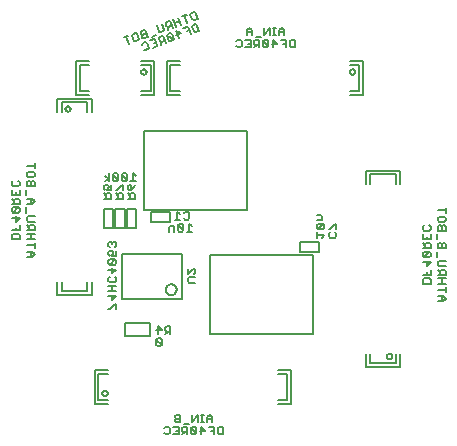
<source format=gbo>
G75*
%MOIN*%
%OFA0B0*%
%FSLAX24Y24*%
%IPPOS*%
%LPD*%
%AMOC8*
5,1,8,0,0,1.08239X$1,22.5*
%
%ADD10C,0.0050*%
%ADD11C,0.0060*%
D10*
X003434Y002195D02*
X003434Y003329D01*
X003867Y003329D01*
X003867Y003195D02*
X003552Y003195D01*
X003552Y002329D01*
X003867Y002329D01*
X003867Y002195D02*
X003434Y002195D01*
X003690Y002544D02*
X003692Y002563D01*
X003698Y002580D01*
X003707Y002596D01*
X003719Y002610D01*
X003734Y002621D01*
X003751Y002629D01*
X003770Y002633D01*
X003788Y002633D01*
X003807Y002629D01*
X003823Y002621D01*
X003839Y002610D01*
X003851Y002596D01*
X003860Y002580D01*
X003866Y002563D01*
X003868Y002544D01*
X003866Y002525D01*
X003860Y002508D01*
X003851Y002492D01*
X003839Y002478D01*
X003824Y002467D01*
X003807Y002459D01*
X003788Y002455D01*
X003770Y002455D01*
X003751Y002459D01*
X003735Y002467D01*
X003719Y002478D01*
X003707Y002492D01*
X003698Y002508D01*
X003692Y002525D01*
X003690Y002544D01*
X004442Y004462D02*
X004442Y004902D01*
X005282Y004902D01*
X005282Y004462D01*
X004442Y004462D01*
X003329Y005834D02*
X003329Y006267D01*
X003195Y006267D02*
X003195Y005952D01*
X002329Y005952D01*
X002329Y006267D01*
X002195Y006267D02*
X002195Y005834D01*
X003329Y005834D01*
X003742Y008062D02*
X004062Y008062D01*
X004062Y008702D01*
X003742Y008702D01*
X003742Y008062D01*
X004122Y008062D02*
X004442Y008062D01*
X004442Y008702D01*
X004122Y008702D01*
X004122Y008062D01*
X004502Y008062D02*
X004822Y008062D01*
X004822Y008702D01*
X004502Y008702D01*
X004502Y008062D01*
X005082Y008642D02*
X008522Y008642D01*
X008522Y011282D01*
X005082Y011282D01*
X005082Y008642D01*
X005302Y008582D02*
X005302Y008262D01*
X005942Y008262D01*
X005942Y008582D01*
X005302Y008582D01*
X007282Y007162D02*
X007282Y004522D01*
X010722Y004522D01*
X010722Y007162D01*
X007282Y007162D01*
X010282Y007262D02*
X010282Y007582D01*
X010922Y007582D01*
X010922Y007262D01*
X010282Y007262D01*
X012475Y009537D02*
X012475Y009970D01*
X013609Y009970D01*
X013609Y009537D01*
X013475Y009537D02*
X013475Y009852D01*
X012609Y009852D01*
X012609Y009537D01*
X012370Y012475D02*
X011937Y012475D01*
X011937Y012609D02*
X012252Y012609D01*
X012252Y013475D01*
X011937Y013475D01*
X011937Y013609D02*
X012370Y013609D01*
X012370Y012475D01*
X011936Y013260D02*
X011938Y013279D01*
X011944Y013296D01*
X011953Y013312D01*
X011965Y013326D01*
X011980Y013337D01*
X011997Y013345D01*
X012016Y013349D01*
X012034Y013349D01*
X012053Y013345D01*
X012069Y013337D01*
X012085Y013326D01*
X012097Y013312D01*
X012106Y013296D01*
X012112Y013279D01*
X012114Y013260D01*
X012112Y013241D01*
X012106Y013224D01*
X012097Y013208D01*
X012085Y013194D01*
X012070Y013183D01*
X012053Y013175D01*
X012034Y013171D01*
X012016Y013171D01*
X011997Y013175D01*
X011981Y013183D01*
X011965Y013194D01*
X011953Y013208D01*
X011944Y013224D01*
X011938Y013241D01*
X011936Y013260D01*
X006267Y013475D02*
X005952Y013475D01*
X005952Y012609D01*
X006267Y012609D01*
X006267Y012475D02*
X005834Y012475D01*
X005834Y013609D01*
X006267Y013609D01*
X005421Y013609D02*
X004988Y013609D01*
X004988Y013475D02*
X005303Y013475D01*
X005303Y012609D01*
X004988Y012609D01*
X004988Y012475D02*
X005421Y012475D01*
X005421Y013609D01*
X004987Y013260D02*
X004989Y013279D01*
X004995Y013296D01*
X005004Y013312D01*
X005016Y013326D01*
X005031Y013337D01*
X005048Y013345D01*
X005067Y013349D01*
X005085Y013349D01*
X005104Y013345D01*
X005120Y013337D01*
X005136Y013326D01*
X005148Y013312D01*
X005157Y013296D01*
X005163Y013279D01*
X005165Y013260D01*
X005163Y013241D01*
X005157Y013224D01*
X005148Y013208D01*
X005136Y013194D01*
X005121Y013183D01*
X005104Y013175D01*
X005085Y013171D01*
X005067Y013171D01*
X005048Y013175D01*
X005032Y013183D01*
X005016Y013194D01*
X005004Y013208D01*
X004995Y013224D01*
X004989Y013241D01*
X004987Y013260D01*
X003329Y012370D02*
X003329Y011937D01*
X003195Y011937D02*
X003195Y012252D01*
X002329Y012252D01*
X002329Y011937D01*
X002195Y011937D02*
X002195Y012370D01*
X003329Y012370D01*
X003256Y012475D02*
X002823Y012475D01*
X002823Y013609D01*
X003256Y013609D01*
X003256Y013475D02*
X002941Y013475D01*
X002941Y012609D01*
X003256Y012609D01*
X002455Y012025D02*
X002457Y012044D01*
X002463Y012061D01*
X002472Y012077D01*
X002484Y012091D01*
X002499Y012102D01*
X002516Y012110D01*
X002535Y012114D01*
X002553Y012114D01*
X002572Y012110D01*
X002588Y012102D01*
X002604Y012091D01*
X002616Y012077D01*
X002625Y012061D01*
X002631Y012044D01*
X002633Y012025D01*
X002631Y012006D01*
X002625Y011989D01*
X002616Y011973D01*
X002604Y011959D01*
X002589Y011948D01*
X002572Y011940D01*
X002553Y011936D01*
X002535Y011936D01*
X002516Y011940D01*
X002500Y011948D01*
X002484Y011959D01*
X002472Y011973D01*
X002463Y011989D01*
X002457Y012006D01*
X002455Y012025D01*
X009537Y003329D02*
X009970Y003329D01*
X009970Y002195D01*
X009537Y002195D01*
X009537Y002329D02*
X009852Y002329D01*
X009852Y003195D01*
X009537Y003195D01*
X012475Y003434D02*
X012475Y003867D01*
X012609Y003867D02*
X012609Y003552D01*
X013475Y003552D01*
X013475Y003867D01*
X013609Y003867D02*
X013609Y003434D01*
X012475Y003434D01*
X013171Y003779D02*
X013173Y003798D01*
X013179Y003815D01*
X013188Y003831D01*
X013200Y003845D01*
X013215Y003856D01*
X013232Y003864D01*
X013251Y003868D01*
X013269Y003868D01*
X013288Y003864D01*
X013304Y003856D01*
X013320Y003845D01*
X013332Y003831D01*
X013341Y003815D01*
X013347Y003798D01*
X013349Y003779D01*
X013347Y003760D01*
X013341Y003743D01*
X013332Y003727D01*
X013320Y003713D01*
X013305Y003702D01*
X013288Y003694D01*
X013269Y003690D01*
X013251Y003690D01*
X013232Y003694D01*
X013216Y003702D01*
X013200Y003713D01*
X013188Y003727D01*
X013179Y003743D01*
X013173Y003760D01*
X013171Y003779D01*
D11*
X014872Y005611D02*
X015045Y005611D01*
X015132Y005698D01*
X015045Y005785D01*
X014872Y005785D01*
X015002Y005785D02*
X015002Y005611D01*
X015132Y005906D02*
X015132Y006080D01*
X015132Y005993D02*
X014872Y005993D01*
X014872Y006201D02*
X015132Y006201D01*
X015002Y006201D02*
X015002Y006374D01*
X014959Y006495D02*
X014959Y006625D01*
X015002Y006669D01*
X015089Y006669D01*
X015132Y006625D01*
X015132Y006495D01*
X014872Y006495D01*
X014872Y006374D02*
X015132Y006374D01*
X014959Y006582D02*
X014872Y006669D01*
X014915Y006790D02*
X014872Y006833D01*
X014872Y006920D01*
X014915Y006963D01*
X015132Y006963D01*
X015132Y006790D02*
X014915Y006790D01*
X014829Y007085D02*
X014829Y007258D01*
X014872Y007379D02*
X014872Y007509D01*
X014915Y007553D01*
X014959Y007553D01*
X015002Y007509D01*
X015002Y007379D01*
X014872Y007379D02*
X015132Y007379D01*
X015132Y007509D01*
X015089Y007553D01*
X015045Y007553D01*
X015002Y007509D01*
X014829Y007674D02*
X014829Y007847D01*
X014872Y007969D02*
X014872Y008099D01*
X014915Y008142D01*
X014959Y008142D01*
X015002Y008099D01*
X015002Y007969D01*
X015002Y008099D02*
X015045Y008142D01*
X015089Y008142D01*
X015132Y008099D01*
X015132Y007969D01*
X014872Y007969D01*
X014632Y008012D02*
X014589Y007969D01*
X014415Y007969D01*
X014372Y008012D01*
X014372Y008099D01*
X014415Y008142D01*
X014589Y008142D02*
X014632Y008099D01*
X014632Y008012D01*
X014632Y007847D02*
X014632Y007674D01*
X014372Y007674D01*
X014372Y007847D01*
X014502Y007761D02*
X014502Y007674D01*
X014502Y007553D02*
X014459Y007509D01*
X014459Y007379D01*
X014372Y007379D02*
X014632Y007379D01*
X014632Y007509D01*
X014589Y007553D01*
X014502Y007553D01*
X014459Y007466D02*
X014372Y007553D01*
X014415Y007258D02*
X014372Y007215D01*
X014372Y007128D01*
X014415Y007085D01*
X014589Y007258D01*
X014415Y007258D01*
X014415Y007085D02*
X014589Y007085D01*
X014632Y007128D01*
X014632Y007215D01*
X014589Y007258D01*
X014502Y006963D02*
X014502Y006790D01*
X014632Y006920D01*
X014372Y006920D01*
X014632Y006669D02*
X014632Y006495D01*
X014372Y006495D01*
X014415Y006374D02*
X014372Y006331D01*
X014372Y006201D01*
X014632Y006201D01*
X014632Y006331D01*
X014589Y006374D01*
X014415Y006374D01*
X014502Y006495D02*
X014502Y006582D01*
X014915Y008263D02*
X014872Y008307D01*
X014872Y008393D01*
X014915Y008437D01*
X015089Y008437D01*
X015132Y008393D01*
X015132Y008307D01*
X015089Y008263D01*
X014915Y008263D01*
X015132Y008558D02*
X015132Y008731D01*
X015132Y008645D02*
X014872Y008645D01*
X011492Y008200D02*
X011492Y008027D01*
X011449Y007905D02*
X011492Y007862D01*
X011492Y007775D01*
X011449Y007732D01*
X011275Y007732D01*
X011232Y007775D01*
X011232Y007862D01*
X011275Y007905D01*
X011275Y008027D02*
X011232Y008027D01*
X011275Y008027D02*
X011449Y008200D01*
X011492Y008200D01*
X011092Y008157D02*
X011049Y008200D01*
X010875Y008027D01*
X010832Y008070D01*
X010832Y008157D01*
X010875Y008200D01*
X011049Y008200D01*
X011092Y008157D02*
X011092Y008070D01*
X011049Y008027D01*
X010875Y008027D01*
X010832Y007905D02*
X010832Y007732D01*
X010832Y007819D02*
X011092Y007819D01*
X011005Y007732D01*
X011005Y008321D02*
X010832Y008321D01*
X011005Y008321D02*
X011005Y008451D01*
X010962Y008495D01*
X010832Y008495D01*
X006672Y008105D02*
X006585Y008192D01*
X006585Y007932D01*
X006672Y007932D02*
X006498Y007932D01*
X006377Y007975D02*
X006377Y008149D01*
X006334Y008192D01*
X006247Y008192D01*
X006204Y008149D01*
X006377Y007975D01*
X006334Y007932D01*
X006247Y007932D01*
X006204Y007975D01*
X006204Y008149D01*
X006083Y008105D02*
X006083Y007932D01*
X006083Y008105D02*
X005953Y008105D01*
X005909Y008062D01*
X005909Y007932D01*
X006104Y008332D02*
X006277Y008332D01*
X006191Y008332D02*
X006191Y008592D01*
X006277Y008505D01*
X006398Y008549D02*
X006442Y008592D01*
X006529Y008592D01*
X006572Y008549D01*
X006572Y008375D01*
X006529Y008332D01*
X006442Y008332D01*
X006398Y008375D01*
X006342Y007172D02*
X006342Y005672D01*
X004342Y005672D01*
X004342Y007172D01*
X006342Y007172D01*
X006532Y006700D02*
X006532Y006527D01*
X006705Y006700D01*
X006749Y006700D01*
X006792Y006657D01*
X006792Y006570D01*
X006749Y006527D01*
X006792Y006405D02*
X006575Y006405D01*
X006532Y006362D01*
X006532Y006275D01*
X006575Y006232D01*
X006792Y006232D01*
X005802Y006000D02*
X005804Y006026D01*
X005810Y006052D01*
X005819Y006077D01*
X005832Y006100D01*
X005848Y006121D01*
X005867Y006139D01*
X005889Y006155D01*
X005912Y006167D01*
X005937Y006175D01*
X005963Y006180D01*
X005990Y006181D01*
X006016Y006178D01*
X006041Y006171D01*
X006066Y006161D01*
X006088Y006147D01*
X006109Y006130D01*
X006126Y006111D01*
X006141Y006089D01*
X006152Y006065D01*
X006160Y006039D01*
X006164Y006013D01*
X006164Y005987D01*
X006160Y005961D01*
X006152Y005935D01*
X006141Y005911D01*
X006126Y005889D01*
X006109Y005870D01*
X006088Y005853D01*
X006066Y005839D01*
X006041Y005829D01*
X006016Y005822D01*
X005990Y005819D01*
X005963Y005820D01*
X005937Y005825D01*
X005912Y005833D01*
X005889Y005845D01*
X005867Y005861D01*
X005848Y005879D01*
X005832Y005900D01*
X005819Y005923D01*
X005810Y005948D01*
X005804Y005974D01*
X005802Y006000D01*
X005831Y004772D02*
X005788Y004729D01*
X005788Y004642D01*
X005831Y004599D01*
X005961Y004599D01*
X005875Y004599D02*
X005788Y004512D01*
X005961Y004512D02*
X005961Y004772D01*
X005831Y004772D01*
X005667Y004642D02*
X005493Y004642D01*
X005537Y004512D02*
X005537Y004772D01*
X005667Y004642D01*
X005623Y004372D02*
X005537Y004372D01*
X005493Y004329D01*
X005667Y004155D01*
X005623Y004112D01*
X005537Y004112D01*
X005493Y004155D01*
X005493Y004329D01*
X005623Y004372D02*
X005667Y004329D01*
X005667Y004155D01*
X004147Y005362D02*
X004147Y005535D01*
X004104Y005535D01*
X003930Y005362D01*
X003887Y005362D01*
X004017Y005656D02*
X004017Y005830D01*
X004017Y005951D02*
X004017Y006125D01*
X004147Y006125D02*
X003887Y006125D01*
X003930Y006246D02*
X003887Y006289D01*
X003887Y006376D01*
X003930Y006419D01*
X004017Y006540D02*
X004017Y006714D01*
X004147Y006670D02*
X004017Y006540D01*
X004104Y006419D02*
X004147Y006376D01*
X004147Y006289D01*
X004104Y006246D01*
X003930Y006246D01*
X003887Y005951D02*
X004147Y005951D01*
X004147Y005786D02*
X004017Y005656D01*
X003887Y005786D02*
X004147Y005786D01*
X004147Y006670D02*
X003887Y006670D01*
X003930Y006835D02*
X004104Y007008D01*
X003930Y007008D01*
X003887Y006965D01*
X003887Y006878D01*
X003930Y006835D01*
X004104Y006835D01*
X004147Y006878D01*
X004147Y006965D01*
X004104Y007008D01*
X004147Y007130D02*
X004017Y007130D01*
X004060Y007216D01*
X004060Y007260D01*
X004017Y007303D01*
X003930Y007303D01*
X003887Y007260D01*
X003887Y007173D01*
X003930Y007130D01*
X003930Y007424D02*
X003887Y007468D01*
X003887Y007554D01*
X003930Y007598D01*
X003973Y007598D01*
X004017Y007554D01*
X004017Y007511D01*
X004017Y007554D02*
X004060Y007598D01*
X004104Y007598D01*
X004147Y007554D01*
X004147Y007468D01*
X004104Y007424D01*
X004147Y007303D02*
X004147Y007130D01*
X004132Y009032D02*
X004392Y009032D01*
X004392Y009162D01*
X004349Y009205D01*
X004262Y009205D01*
X004219Y009162D01*
X004219Y009032D01*
X004219Y009119D02*
X004132Y009205D01*
X004132Y009327D02*
X004175Y009327D01*
X004349Y009500D01*
X004392Y009500D01*
X004392Y009327D01*
X004532Y009370D02*
X004532Y009457D01*
X004575Y009500D01*
X004619Y009500D01*
X004662Y009457D01*
X004662Y009327D01*
X004575Y009327D01*
X004532Y009370D01*
X004662Y009327D02*
X004749Y009413D01*
X004792Y009500D01*
X004801Y009612D02*
X004628Y009612D01*
X004715Y009612D02*
X004715Y009872D01*
X004801Y009785D01*
X004507Y009829D02*
X004507Y009655D01*
X004333Y009829D01*
X004333Y009655D01*
X004377Y009612D01*
X004463Y009612D01*
X004507Y009655D01*
X004507Y009829D02*
X004463Y009872D01*
X004377Y009872D01*
X004333Y009829D01*
X004212Y009829D02*
X004212Y009655D01*
X004039Y009829D01*
X004039Y009655D01*
X004082Y009612D01*
X004169Y009612D01*
X004212Y009655D01*
X004212Y009829D02*
X004169Y009872D01*
X004082Y009872D01*
X004039Y009829D01*
X003918Y009872D02*
X003918Y009612D01*
X003918Y009699D02*
X003787Y009785D01*
X003918Y009699D02*
X003787Y009612D01*
X003775Y009500D02*
X003732Y009457D01*
X003732Y009370D01*
X003775Y009327D01*
X003862Y009327D02*
X003905Y009413D01*
X003905Y009457D01*
X003862Y009500D01*
X003775Y009500D01*
X003862Y009327D02*
X003992Y009327D01*
X003992Y009500D01*
X003949Y009205D02*
X003862Y009205D01*
X003819Y009162D01*
X003819Y009032D01*
X003819Y009119D02*
X003732Y009205D01*
X003732Y009032D02*
X003992Y009032D01*
X003992Y009162D01*
X003949Y009205D01*
X004532Y009205D02*
X004619Y009119D01*
X004619Y009162D02*
X004619Y009032D01*
X004532Y009032D02*
X004792Y009032D01*
X004792Y009162D01*
X004749Y009205D01*
X004662Y009205D01*
X004619Y009162D01*
X001432Y008946D02*
X001345Y009033D01*
X001172Y009033D01*
X001129Y009154D02*
X001129Y009327D01*
X001172Y009449D02*
X001172Y009579D01*
X001215Y009622D01*
X001259Y009622D01*
X001302Y009579D01*
X001302Y009449D01*
X001302Y009579D02*
X001345Y009622D01*
X001389Y009622D01*
X001432Y009579D01*
X001432Y009449D01*
X001172Y009449D01*
X000932Y009492D02*
X000889Y009449D01*
X000715Y009449D01*
X000672Y009492D01*
X000672Y009579D01*
X000715Y009622D01*
X000889Y009622D02*
X000932Y009579D01*
X000932Y009492D01*
X000932Y009327D02*
X000932Y009154D01*
X000672Y009154D01*
X000672Y009327D01*
X000802Y009241D02*
X000802Y009154D01*
X000802Y009033D02*
X000759Y008989D01*
X000759Y008859D01*
X000672Y008859D02*
X000932Y008859D01*
X000932Y008989D01*
X000889Y009033D01*
X000802Y009033D01*
X000759Y008946D02*
X000672Y009033D01*
X000715Y008738D02*
X000672Y008695D01*
X000672Y008608D01*
X000715Y008565D01*
X000889Y008738D01*
X000715Y008738D01*
X000715Y008565D02*
X000889Y008565D01*
X000932Y008608D01*
X000932Y008695D01*
X000889Y008738D01*
X001129Y008738D02*
X001129Y008565D01*
X001215Y008443D02*
X001432Y008443D01*
X001432Y008270D02*
X001215Y008270D01*
X001172Y008313D01*
X001172Y008400D01*
X001215Y008443D01*
X000932Y008400D02*
X000802Y008270D01*
X000802Y008443D01*
X000672Y008400D02*
X000932Y008400D01*
X000932Y008149D02*
X000932Y007975D01*
X000672Y007975D01*
X000715Y007854D02*
X000889Y007854D01*
X000932Y007811D01*
X000932Y007681D01*
X000672Y007681D01*
X000672Y007811D01*
X000715Y007854D01*
X000802Y007975D02*
X000802Y008062D01*
X001172Y007975D02*
X001432Y007975D01*
X001432Y008105D01*
X001389Y008149D01*
X001302Y008149D01*
X001259Y008105D01*
X001259Y007975D01*
X001259Y008062D02*
X001172Y008149D01*
X001172Y007854D02*
X001432Y007854D01*
X001302Y007854D02*
X001302Y007681D01*
X001172Y007681D02*
X001432Y007681D01*
X001432Y007560D02*
X001432Y007386D01*
X001432Y007473D02*
X001172Y007473D01*
X001172Y007265D02*
X001345Y007265D01*
X001432Y007178D01*
X001345Y007091D01*
X001172Y007091D01*
X001302Y007091D02*
X001302Y007265D01*
X001302Y008859D02*
X001302Y009033D01*
X001432Y008946D02*
X001345Y008859D01*
X001172Y008859D01*
X001215Y009743D02*
X001172Y009787D01*
X001172Y009873D01*
X001215Y009917D01*
X001389Y009917D01*
X001432Y009873D01*
X001432Y009787D01*
X001389Y009743D01*
X001215Y009743D01*
X001432Y010038D02*
X001432Y010211D01*
X001432Y010125D02*
X001172Y010125D01*
X004568Y014190D02*
X004479Y014435D01*
X004561Y014464D02*
X004398Y014405D01*
X004690Y014465D02*
X004715Y014521D01*
X004797Y014550D01*
X004853Y014525D01*
X004912Y014361D01*
X004886Y014306D01*
X004804Y014276D01*
X004749Y014302D01*
X004690Y014465D01*
X004966Y014566D02*
X004981Y014525D01*
X005037Y014499D01*
X005159Y014544D01*
X005115Y014666D02*
X004992Y014622D01*
X004966Y014566D01*
X005037Y014499D02*
X005011Y014444D01*
X005026Y014403D01*
X005081Y014377D01*
X005204Y014422D01*
X005115Y014666D01*
X005332Y014422D02*
X005495Y014482D01*
X005592Y014422D02*
X005566Y014366D01*
X005596Y014284D01*
X005652Y014259D01*
X005774Y014303D01*
X005804Y014222D02*
X005715Y014466D01*
X005592Y014422D01*
X005635Y014579D02*
X005580Y014604D01*
X005505Y014808D01*
X005668Y014868D02*
X005743Y014664D01*
X005717Y014608D01*
X005635Y014579D01*
X005843Y014467D02*
X006066Y014363D01*
X006040Y014307D01*
X005958Y014278D01*
X005903Y014304D01*
X005843Y014467D01*
X005869Y014522D01*
X005951Y014552D01*
X006006Y014526D01*
X006066Y014363D01*
X006150Y014486D02*
X006313Y014545D01*
X006146Y014623D01*
X006235Y014379D01*
X006508Y014616D02*
X006590Y014646D01*
X006634Y014524D02*
X006545Y014768D01*
X006382Y014709D01*
X006311Y014825D02*
X006222Y015069D01*
X006336Y015111D02*
X006499Y015170D01*
X006418Y015140D02*
X006507Y014896D01*
X006700Y014825D02*
X006822Y014869D01*
X006911Y014625D01*
X006789Y014580D01*
X006733Y014606D01*
X006674Y014769D01*
X006700Y014825D01*
X006743Y014982D02*
X006687Y015008D01*
X006628Y015171D01*
X006654Y015226D01*
X006776Y015271D01*
X006865Y015026D01*
X006743Y014982D01*
X006267Y014947D02*
X006104Y014888D01*
X006005Y014805D02*
X005882Y014761D01*
X005827Y014787D01*
X005797Y014868D01*
X005823Y014924D01*
X005945Y014968D01*
X006034Y014724D01*
X006148Y014765D02*
X006059Y015010D01*
X005923Y014776D02*
X005871Y014665D01*
X005692Y014273D02*
X005641Y014162D01*
X005527Y014121D02*
X005438Y014365D01*
X005275Y014306D01*
X005176Y014224D02*
X005235Y014061D01*
X005209Y014005D01*
X005128Y013975D01*
X005072Y014001D01*
X005013Y014164D02*
X005039Y014220D01*
X005120Y014250D01*
X005176Y014224D01*
X005401Y014213D02*
X005482Y014243D01*
X005527Y014121D02*
X005364Y014061D01*
X008162Y014115D02*
X008205Y014072D01*
X008292Y014072D01*
X008335Y014115D01*
X008335Y014289D01*
X008292Y014332D01*
X008205Y014332D01*
X008162Y014289D01*
X008457Y014332D02*
X008630Y014332D01*
X008630Y014072D01*
X008457Y014072D01*
X008543Y014202D02*
X008630Y014202D01*
X008751Y014202D02*
X008751Y014289D01*
X008795Y014332D01*
X008925Y014332D01*
X008925Y014072D01*
X008925Y014159D02*
X008795Y014159D01*
X008751Y014202D01*
X008838Y014159D02*
X008751Y014072D01*
X009046Y014115D02*
X009089Y014072D01*
X009176Y014072D01*
X009219Y014115D01*
X009046Y014289D01*
X009046Y014115D01*
X009219Y014115D02*
X009219Y014289D01*
X009176Y014332D01*
X009089Y014332D01*
X009046Y014289D01*
X008974Y014429D02*
X008800Y014429D01*
X008679Y014472D02*
X008679Y014645D01*
X008592Y014732D01*
X008506Y014645D01*
X008506Y014472D01*
X008506Y014602D02*
X008679Y014602D01*
X009095Y014472D02*
X009095Y014732D01*
X009268Y014732D02*
X009095Y014472D01*
X009268Y014472D02*
X009268Y014732D01*
X009378Y014732D02*
X009465Y014732D01*
X009421Y014732D02*
X009421Y014472D01*
X009378Y014472D02*
X009465Y014472D01*
X009586Y014472D02*
X009586Y014645D01*
X009673Y014732D01*
X009759Y014645D01*
X009759Y014472D01*
X009759Y014602D02*
X009586Y014602D01*
X009635Y014332D02*
X009809Y014332D01*
X009809Y014072D01*
X009930Y014115D02*
X009930Y014289D01*
X009973Y014332D01*
X010103Y014332D01*
X010103Y014072D01*
X009973Y014072D01*
X009930Y014115D01*
X009809Y014202D02*
X009722Y014202D01*
X009514Y014202D02*
X009340Y014202D01*
X009384Y014072D02*
X009384Y014332D01*
X009514Y014202D01*
X007273Y001832D02*
X007186Y001745D01*
X007186Y001572D01*
X007065Y001572D02*
X006978Y001572D01*
X007021Y001572D02*
X007021Y001832D01*
X006978Y001832D02*
X007065Y001832D01*
X007186Y001702D02*
X007359Y001702D01*
X007359Y001745D02*
X007359Y001572D01*
X007409Y001432D02*
X007235Y001432D01*
X007322Y001302D02*
X007409Y001302D01*
X007409Y001172D02*
X007409Y001432D01*
X007530Y001389D02*
X007573Y001432D01*
X007703Y001432D01*
X007703Y001172D01*
X007573Y001172D01*
X007530Y001215D01*
X007530Y001389D01*
X007114Y001302D02*
X006940Y001302D01*
X006984Y001172D02*
X006984Y001432D01*
X007114Y001302D01*
X006819Y001215D02*
X006646Y001389D01*
X006646Y001215D01*
X006689Y001172D01*
X006776Y001172D01*
X006819Y001215D01*
X006819Y001389D01*
X006776Y001432D01*
X006689Y001432D01*
X006646Y001389D01*
X006525Y001432D02*
X006525Y001172D01*
X006525Y001259D02*
X006395Y001259D01*
X006351Y001302D01*
X006351Y001389D01*
X006395Y001432D01*
X006525Y001432D01*
X006574Y001529D02*
X006400Y001529D01*
X006279Y001572D02*
X006149Y001572D01*
X006106Y001615D01*
X006106Y001659D01*
X006149Y001702D01*
X006279Y001702D01*
X006149Y001702D02*
X006106Y001745D01*
X006106Y001789D01*
X006149Y001832D01*
X006279Y001832D01*
X006279Y001572D01*
X006230Y001432D02*
X006230Y001172D01*
X006057Y001172D01*
X005935Y001215D02*
X005935Y001389D01*
X005892Y001432D01*
X005805Y001432D01*
X005762Y001389D01*
X005762Y001215D02*
X005805Y001172D01*
X005892Y001172D01*
X005935Y001215D01*
X006143Y001302D02*
X006230Y001302D01*
X006230Y001432D02*
X006057Y001432D01*
X006351Y001172D02*
X006438Y001259D01*
X006695Y001572D02*
X006695Y001832D01*
X006868Y001832D02*
X006695Y001572D01*
X006868Y001572D02*
X006868Y001832D01*
X007273Y001832D02*
X007359Y001745D01*
M02*

</source>
